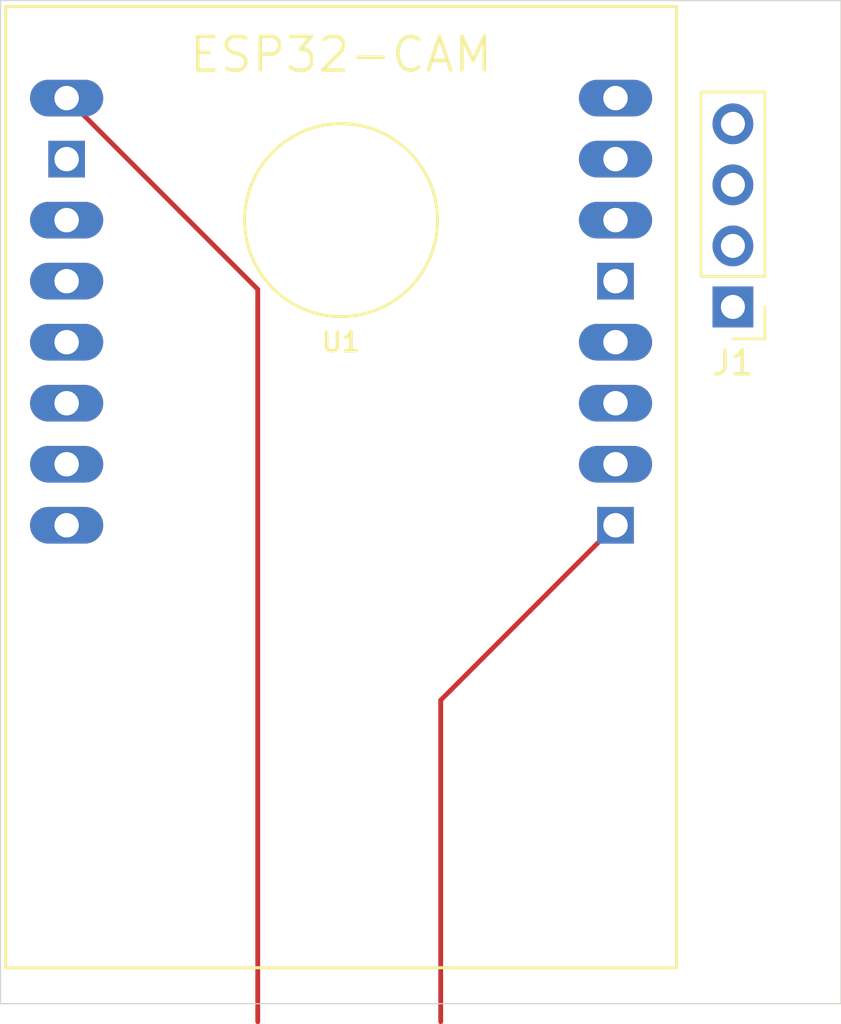
<source format=kicad_pcb>
(kicad_pcb (version 20240108) (generator "pcbnew") (generator_version "8.0")
  (layers (0 "F.Cu" signal) (31 "B.Cu" signal) (34 "B.Paste" user) (35 "F.Paste" user) (36 "B.SilkS" user "B.Silkscreen") (37 "F.SilkS" user "F.Silkscreen") (38 "B.Mask" user) (39 "F.Mask" user) (44 "Edge.Cuts" user))
  (net 0 "")
  (net 1 "5V")
  (net 4 "GND")
  (net 5 "PWM")
  (footprint "ESP32-CAM:ESP32-CAM" (layer "F.Cu") (at 167.93 85.7175 180)
    (property "Reference" "U1" (at 0 0 0) (layer "F.SilkS") (effects (font (size 0.787402 0.787402))))
    (property "Value" "ESP32-CAM")
    (fp_line (start 13.97 13.97) (end 13.97 -26.035) (stroke (width 0.127)) (layer "F.SilkS"))
    (fp_line (start 13.97 -26.035) (end -13.97 -26.035) (stroke (width 0.127)) (layer "F.SilkS"))
    (fp_line (start -13.97 13.97) (end 13.97 13.97) (stroke (width 0.127)) (layer "F.SilkS"))
    (fp_line (start -13.97 -26.035) (end -13.97 13.97) (stroke (width 0.127)) (layer "F.SilkS"))
    (fp_circle (center 0 5.08) (end 4.01609 5.08) (stroke (width 0.127)) (fill none) (layer "F.SilkS"))
    (fp_text user "ESP32-CAM" (at 0 11.9675 0) (layer "F.SilkS") (effects (font (size 1.4 1.4))))
    (pad "P$1" thru_hole rect (at -11.43 -7.62 180) (size 1.524 1.524) (drill 1.016) (layers "*.Cu" "*.Mask" "In1.Cu" "In2.Cu" "In3.Cu" "In4.Cu" "In5.Cu" "In6.Cu" "In7.Cu" "In8.Cu" "In9.Cu" "In10.Cu" "In11.Cu" "In12.Cu" "In13.Cu" "In14.Cu" "In15.Cu" "In16.Cu" "In17.Cu" "In18.Cu" "In19.Cu" "In20.Cu" "In21.Cu" "In22.Cu" "In23.Cu" "In24.Cu" "In25.Cu" "In26.Cu" "In27.Cu" "In28.Cu" "In29.Cu" "In30.Cu") (net 4 "GND"))
    (pad "P$2" thru_hole oval (at -11.43 -5.08 180) (size 3.048 1.524) (drill 1.016) (layers "*.Cu" "*.Mask" "In1.Cu" "In2.Cu" "In3.Cu" "In4.Cu" "In5.Cu" "In6.Cu" "In7.Cu" "In8.Cu" "In9.Cu" "In10.Cu" "In11.Cu" "In12.Cu" "In13.Cu" "In14.Cu" "In15.Cu" "In16.Cu" "In17.Cu" "In18.Cu" "In19.Cu" "In20.Cu" "In21.Cu" "In22.Cu" "In23.Cu" "In24.Cu" "In25.Cu" "In26.Cu" "In27.Cu" "In28.Cu" "In29.Cu" "In30.Cu"))
    (pad "P$3" thru_hole oval (at -11.43 -2.54 180) (size 3.048 1.524) (drill 1.016) (layers "*.Cu" "*.Mask" "In1.Cu" "In2.Cu" "In3.Cu" "In4.Cu" "In5.Cu" "In6.Cu" "In7.Cu" "In8.Cu" "In9.Cu" "In10.Cu" "In11.Cu" "In12.Cu" "In13.Cu" "In14.Cu" "In15.Cu" "In16.Cu" "In17.Cu" "In18.Cu" "In19.Cu" "In20.Cu" "In21.Cu" "In22.Cu" "In23.Cu" "In24.Cu" "In25.Cu" "In26.Cu" "In27.Cu" "In28.Cu" "In29.Cu" "In30.Cu"))
    (pad "P$4" thru_hole oval (at -11.43 0 180) (size 3.048 1.524) (drill 1.016) (layers "*.Cu" "*.Mask" "In1.Cu" "In2.Cu" "In3.Cu" "In4.Cu" "In5.Cu" "In6.Cu" "In7.Cu" "In8.Cu" "In9.Cu" "In10.Cu" "In11.Cu" "In12.Cu" "In13.Cu" "In14.Cu" "In15.Cu" "In16.Cu" "In17.Cu" "In18.Cu" "In19.Cu" "In20.Cu" "In21.Cu" "In22.Cu" "In23.Cu" "In24.Cu" "In25.Cu" "In26.Cu" "In27.Cu" "In28.Cu" "In29.Cu" "In30.Cu"))
    (pad "P$5" thru_hole rect (at -11.43 2.54 180) (size 1.524 1.524) (drill 1.016) (layers "*.Cu" "*.Mask" "In1.Cu" "In2.Cu" "In3.Cu" "In4.Cu" "In5.Cu" "In6.Cu" "In7.Cu" "In8.Cu" "In9.Cu" "In10.Cu" "In11.Cu" "In12.Cu" "In13.Cu" "In14.Cu" "In15.Cu" "In16.Cu" "In17.Cu" "In18.Cu" "In19.Cu" "In20.Cu" "In21.Cu" "In22.Cu" "In23.Cu" "In24.Cu" "In25.Cu" "In26.Cu" "In27.Cu" "In28.Cu" "In29.Cu" "In30.Cu"))
    (pad "P$6" thru_hole oval (at -11.43 5.08 180) (size 3.048 1.524) (drill 1.016) (layers "*.Cu" "*.Mask" "In1.Cu" "In2.Cu" "In3.Cu" "In4.Cu" "In5.Cu" "In6.Cu" "In7.Cu" "In8.Cu" "In9.Cu" "In10.Cu" "In11.Cu" "In12.Cu" "In13.Cu" "In14.Cu" "In15.Cu" "In16.Cu" "In17.Cu" "In18.Cu" "In19.Cu" "In20.Cu" "In21.Cu" "In22.Cu" "In23.Cu" "In24.Cu" "In25.Cu" "In26.Cu" "In27.Cu" "In28.Cu" "In29.Cu" "In30.Cu"))
    (pad "P$7" thru_hole oval (at -11.43 7.62 180) (size 3.048 1.524) (drill 1.016) (layers "*.Cu" "*.Mask" "In1.Cu" "In2.Cu" "In3.Cu" "In4.Cu" "In5.Cu" "In6.Cu" "In7.Cu" "In8.Cu" "In9.Cu" "In10.Cu" "In11.Cu" "In12.Cu" "In13.Cu" "In14.Cu" "In15.Cu" "In16.Cu" "In17.Cu" "In18.Cu" "In19.Cu" "In20.Cu" "In21.Cu" "In22.Cu" "In23.Cu" "In24.Cu" "In25.Cu" "In26.Cu" "In27.Cu" "In28.Cu" "In29.Cu" "In30.Cu"))
    (pad "P$8" thru_hole oval (at -11.43 10.16 180) (size 3.048 1.524) (drill 1.016) (layers "*.Cu" "*.Mask" "In1.Cu" "In2.Cu" "In3.Cu" "In4.Cu" "In5.Cu" "In6.Cu" "In7.Cu" "In8.Cu" "In9.Cu" "In10.Cu" "In11.Cu" "In12.Cu" "In13.Cu" "In14.Cu" "In15.Cu" "In16.Cu" "In17.Cu" "In18.Cu" "In19.Cu" "In20.Cu" "In21.Cu" "In22.Cu" "In23.Cu" "In24.Cu" "In25.Cu" "In26.Cu" "In27.Cu" "In28.Cu" "In29.Cu" "In30.Cu"))
    (pad "P$9" thru_hole oval (at 11.43 10.16 180) (size 3.048 1.524) (drill 1.016) (layers "*.Cu" "*.Mask" "In1.Cu" "In2.Cu" "In3.Cu" "In4.Cu" "In5.Cu" "In6.Cu" "In7.Cu" "In8.Cu" "In9.Cu" "In10.Cu" "In11.Cu" "In12.Cu" "In13.Cu" "In14.Cu" "In15.Cu" "In16.Cu" "In17.Cu" "In18.Cu" "In19.Cu" "In20.Cu" "In21.Cu" "In22.Cu" "In23.Cu" "In24.Cu" "In25.Cu" "In26.Cu" "In27.Cu" "In28.Cu" "In29.Cu" "In30.Cu") (net 1 "5V"))
    (pad "P$10" thru_hole rect (at 11.43 7.62 180) (size 1.524 1.524) (drill 1.016) (layers "*.Cu" "*.Mask" "In1.Cu" "In2.Cu" "In3.Cu" "In4.Cu" "In5.Cu" "In6.Cu" "In7.Cu" "In8.Cu" "In9.Cu" "In10.Cu" "In11.Cu" "In12.Cu" "In13.Cu" "In14.Cu" "In15.Cu" "In16.Cu" "In17.Cu" "In18.Cu" "In19.Cu" "In20.Cu" "In21.Cu" "In22.Cu" "In23.Cu" "In24.Cu" "In25.Cu" "In26.Cu" "In27.Cu" "In28.Cu" "In29.Cu" "In30.Cu"))
    (pad "P$11" thru_hole oval (at 11.43 5.08 180) (size 3.048 1.524) (drill 1.016) (layers "*.Cu" "*.Mask" "In1.Cu" "In2.Cu" "In3.Cu" "In4.Cu" "In5.Cu" "In6.Cu" "In7.Cu" "In8.Cu" "In9.Cu" "In10.Cu" "In11.Cu" "In12.Cu" "In13.Cu" "In14.Cu" "In15.Cu" "In16.Cu" "In17.Cu" "In18.Cu" "In19.Cu" "In20.Cu" "In21.Cu" "In22.Cu" "In23.Cu" "In24.Cu" "In25.Cu" "In26.Cu" "In27.Cu" "In28.Cu" "In29.Cu" "In30.Cu") (net 5 "PWM"))
    (pad "P$12" thru_hole oval (at 11.43 2.54 180) (size 3.048 1.524) (drill 1.016) (layers "*.Cu" "*.Mask" "In1.Cu" "In2.Cu" "In3.Cu" "In4.Cu" "In5.Cu" "In6.Cu" "In7.Cu" "In8.Cu" "In9.Cu" "In10.Cu" "In11.Cu" "In12.Cu" "In13.Cu" "In14.Cu" "In15.Cu" "In16.Cu" "In17.Cu" "In18.Cu" "In19.Cu" "In20.Cu" "In21.Cu" "In22.Cu" "In23.Cu" "In24.Cu" "In25.Cu" "In26.Cu" "In27.Cu" "In28.Cu" "In29.Cu" "In30.Cu"))
    (pad "P$13" thru_hole oval (at 11.43 0 180) (size 3.048 1.524) (drill 1.016) (layers "*.Cu" "*.Mask" "In1.Cu" "In2.Cu" "In3.Cu" "In4.Cu" "In5.Cu" "In6.Cu" "In7.Cu" "In8.Cu" "In9.Cu" "In10.Cu" "In11.Cu" "In12.Cu" "In13.Cu" "In14.Cu" "In15.Cu" "In16.Cu" "In17.Cu" "In18.Cu" "In19.Cu" "In20.Cu" "In21.Cu" "In22.Cu" "In23.Cu" "In24.Cu" "In25.Cu" "In26.Cu" "In27.Cu" "In28.Cu" "In29.Cu" "In30.Cu"))
    (pad "P$14" thru_hole oval (at 11.43 -2.54 180) (size 3.048 1.524) (drill 1.016) (layers "*.Cu" "*.Mask" "In1.Cu" "In2.Cu" "In3.Cu" "In4.Cu" "In5.Cu" "In6.Cu" "In7.Cu" "In8.Cu" "In9.Cu" "In10.Cu" "In11.Cu" "In12.Cu" "In13.Cu" "In14.Cu" "In15.Cu" "In16.Cu" "In17.Cu" "In18.Cu" "In19.Cu" "In20.Cu" "In21.Cu" "In22.Cu" "In23.Cu" "In24.Cu" "In25.Cu" "In26.Cu" "In27.Cu" "In28.Cu" "In29.Cu" "In30.Cu"))
    (pad "P$15" thru_hole oval (at 11.43 -5.08 180) (size 3.048 1.524) (drill 1.016) (layers "*.Cu" "*.Mask" "In1.Cu" "In2.Cu" "In3.Cu" "In4.Cu" "In5.Cu" "In6.Cu" "In7.Cu" "In8.Cu" "In9.Cu" "In10.Cu" "In11.Cu" "In12.Cu" "In13.Cu" "In14.Cu" "In15.Cu" "In16.Cu" "In17.Cu" "In18.Cu" "In19.Cu" "In20.Cu" "In21.Cu" "In22.Cu" "In23.Cu" "In24.Cu" "In25.Cu" "In26.Cu" "In27.Cu" "In28.Cu" "In29.Cu" "In30.Cu"))
    (pad "P$16" thru_hole oval (at 11.43 -7.62 180) (size 3.048 1.524) (drill 1.016) (layers "*.Cu" "*.Mask" "In1.Cu" "In2.Cu" "In3.Cu" "In4.Cu" "In5.Cu" "In6.Cu" "In7.Cu" "In8.Cu" "In9.Cu" "In10.Cu" "In11.Cu" "In12.Cu" "In13.Cu" "In14.Cu" "In15.Cu" "In16.Cu" "In17.Cu" "In18.Cu" "In19.Cu" "In20.Cu" "In21.Cu" "In22.Cu" "In23.Cu" "In24.Cu" "In25.Cu" "In26.Cu" "In27.Cu" "In28.Cu" "In29.Cu" "In30.Cu"))
  )
  (footprint "Connector_PinHeader_2.54mm:PinHeader_1x04_P2.54mm_Vertical" (layer "F.Cu") (at 184.25 84.25 180)
    (property "Reference" "J1" (at 0 -2.33 0) (layer "F.SilkS"))
    (property "Value" "USB_C_BREAKOUT")
    (fp_line (start 1.33 1.27) (end 1.33 8.95) (stroke (width 0.12)) (layer "F.SilkS"))
    (fp_line (start -1.33 8.95) (end 1.33 8.95) (stroke (width 0.12)) (layer "F.SilkS"))
    (fp_line (start -1.33 1.27) (end 1.33 1.27) (stroke (width 0.12)) (layer "F.SilkS"))
    (fp_line (start -1.33 1.27) (end -1.33 8.95) (stroke (width 0.12)) (layer "F.SilkS"))
    (fp_line (start -1.33 0) (end -1.33 -1.33) (stroke (width 0.12)) (layer "F.SilkS"))
    (fp_line (start -1.33 -1.33) (end 0 -1.33) (stroke (width 0.12)) (layer "F.SilkS"))
    (pad "1" thru_hole rect (at 0 0 180) (size 1.7 1.7) (drill 1) (layers "*.Cu" "*.Mask" "In1.Cu" "In2.Cu" "In3.Cu" "In4.Cu" "In5.Cu" "In6.Cu" "In7.Cu" "In8.Cu" "In9.Cu" "In10.Cu" "In11.Cu" "In12.Cu" "In13.Cu" "In14.Cu" "In15.Cu" "In16.Cu" "In17.Cu" "In18.Cu" "In19.Cu" "In20.Cu" "In21.Cu" "In22.Cu" "In23.Cu" "In24.Cu" "In25.Cu" "In26.Cu" "In27.Cu" "In28.Cu" "In29.Cu" "In30.Cu") (net 1 "5V"))
    (pad "2" thru_hole oval (at 0 2.54 180) (size 1.7 1.7) (drill 1) (layers "*.Cu" "*.Mask" "In1.Cu" "In2.Cu" "In3.Cu" "In4.Cu" "In5.Cu" "In6.Cu" "In7.Cu" "In8.Cu" "In9.Cu" "In10.Cu" "In11.Cu" "In12.Cu" "In13.Cu" "In14.Cu" "In15.Cu" "In16.Cu" "In17.Cu" "In18.Cu" "In19.Cu" "In20.Cu" "In21.Cu" "In22.Cu" "In23.Cu" "In24.Cu" "In25.Cu" "In26.Cu" "In27.Cu" "In28.Cu" "In29.Cu" "In30.Cu"))
    (pad "3" thru_hole oval (at 0 5.08 180) (size 1.7 1.7) (drill 1) (layers "*.Cu" "*.Mask" "In1.Cu" "In2.Cu" "In3.Cu" "In4.Cu" "In5.Cu" "In6.Cu" "In7.Cu" "In8.Cu" "In9.Cu" "In10.Cu" "In11.Cu" "In12.Cu" "In13.Cu" "In14.Cu" "In15.Cu" "In16.Cu" "In17.Cu" "In18.Cu" "In19.Cu" "In20.Cu" "In21.Cu" "In22.Cu" "In23.Cu" "In24.Cu" "In25.Cu" "In26.Cu" "In27.Cu" "In28.Cu" "In29.Cu" "In30.Cu"))
    (pad "4" thru_hole oval (at 0 7.62 180) (size 1.7 1.7) (drill 1) (layers "*.Cu" "*.Mask" "In1.Cu" "In2.Cu" "In3.Cu" "In4.Cu" "In5.Cu" "In6.Cu" "In7.Cu" "In8.Cu" "In9.Cu" "In10.Cu" "In11.Cu" "In12.Cu" "In13.Cu" "In14.Cu" "In15.Cu" "In16.Cu" "In17.Cu" "In18.Cu" "In19.Cu" "In20.Cu" "In21.Cu" "In22.Cu" "In23.Cu" "In24.Cu" "In25.Cu" "In26.Cu" "In27.Cu" "In28.Cu" "In29.Cu" "In30.Cu") (net 4 "GND"))
  )
  (gr_rect (start 153.75 71.5) (end 188.75 113.25) (stroke (width 0.05)) (fill none) (layer "Edge.Cuts"))
  (segment (start 164.46 83.5175) (end 156.5 75.5575) (width 0.2) (layer "F.Cu") (net 1))
  (segment (start 164.46 114) (end 164.46 83.5175) (width 0.2) (layer "F.Cu") (net 1))
  (segment (start 172.08 114) (end 172.08 100.6175) (width 0.2) (layer "F.Cu") (net 4))
  (segment (start 172.08 100.6175) (end 179.36 93.3375) (width 0.2) (layer "F.Cu") (net 4))
)
</source>
